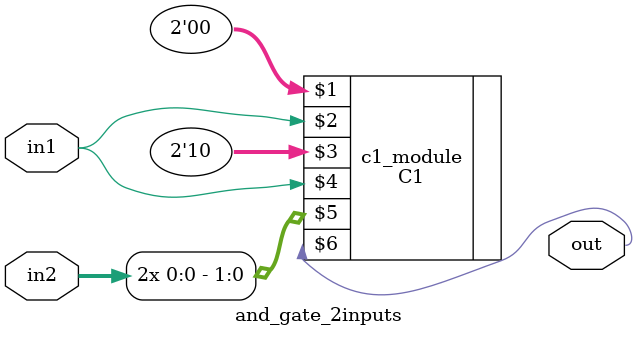
<source format=v>
module and_gate_2inputs(out,in1,in2);
output out;
input in1,in2;
C1 c1_module(2'b00,in1,2'b10,in1,{in2,in2},out);
endmodule
//7
</source>
